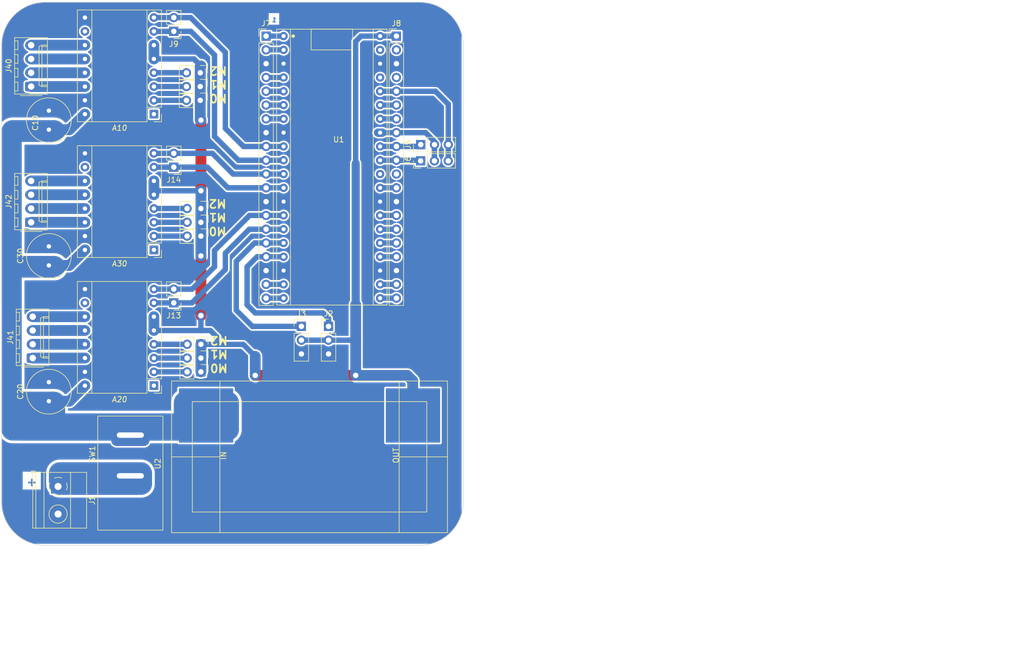
<source format=kicad_pcb>
(kicad_pcb (version 20221018) (generator pcbnew)
  (layers (0 "F.Cu" jumper) (31 "B.Cu" mixed) (34 "B.Paste" user) (35 "F.Paste" user) (36 "B.SilkS" user "B.Silkscreen") (37 "F.SilkS" user "F.Silkscreen") (38 "B.Mask" user) (39 "F.Mask" user) (44 "Edge.Cuts" user))
  (net 0 "")
  (net 2 "/A10_M0")
  (net 3 "/A10_M1")
  (net 4 "/A10_M2")
  (net 5 "/Step_A2")
  (net 6 "/Dir_A2")
  (net 7 "GND")
  (net 8 "/S1_A2")
  (net 9 "/S1_A1")
  (net 10 "/S1_B1")
  (net 11 "/S1_B2")
  (net 13 "/A20_M0")
  (net 14 "/A20_M1")
  (net 15 "/Step_A3")
  (net 16 "/Dir_A3")
  (net 17 "/A20_M2")
  (net 19 "/S2_A2")
  (net 20 "/S2_A1")
  (net 21 "/S2_B1")
  (net 22 "+5V")
  (net 23 "Net-(J1-Pin_1)")
  (net 26 "/GP0")
  (net 27 "/GP1")
  (net 28 "/GP2")
  (net 29 "/GP3")
  (net 30 "/GP4")
  (net 31 "/GP5")
  (net 32 "/GP18")
  (net 33 "/GP17")
  (net 34 "/GP19")
  (net 35 "/GP20")
  (net 36 "/GP21")
  (net 37 "/GP22")
  (net 38 "/ADC0")
  (net 39 "/ADC1")
  (net 40 "/ADC2")
  (net 41 "/ADC_REF")
  (net 42 "/S2_B2")
  (net 44 "/Step_A1")
  (net 45 "/Dir_A1")
  (net 46 "/A30_M0")
  (net 47 "/A30_M1")
  (net 48 "/A30_M2")
  (net 49 "/S3_A2")
  (net 50 "/S3_A1")
  (net 51 "/S3_B1")
  (net 52 "/S3_B2")
  (net 53 "/Fault_1")
  (net 54 "/Fault_2")
  (net 55 "/Fault_3")
  (net 56 "/Servo_1")
  (net 57 "/Servo_2")
  (net 58 "+3.3V")
  (net 59 "+12V")
  (net 60 "/GP16")
  (net 61 "GNDA")
  (net 62 "/GP14")
  (net 63 "/GP15")
  (footprint "sche:LM2596" (layer "F.Cu") (at 226.59 136.66 90)
    (fp_text reference "U2" (at 8.89 -49.53 90 unlocked) (layer "F.SilkS"))
    (fp_text value "LM2596")
    (fp_text user "OUT" (at 8.89 -5.08 90 unlocked) (layer "F.SilkS") (effects (justify left bottom)))
    (fp_text user "IN" (at 9.525 -36.83 90 unlocked) (layer "F.SilkS") (effects (justify left bottom)))
    (pad "1" smd rect (at 17.78 -40.64 90) (size 10 10) (layers "B.Cu" "B.Paste" "B.Mask") (net 59 "+12V"))
    (pad "2" smd rect (at 2.54 -40.64 90) (size 10 10) (layers "B.Cu" "B.Paste" "B.Mask") (net 7 "GND"))
    (pad "3" smd rect (at 17.78 -2.54 90) (size 10 10) (layers "B.Cu" "B.Paste" "B.Mask") (net 22 "+5V"))
    (pad "4" smd rect (at 2.54 -2.54 90) (size 10 10) (layers "B.Cu" "B.Paste" "B.Mask") (net 7 "GND"))
  )
  (footprint "Connector_PinHeader_2.54mm:PinHeader_1x03_P2.54mm_Vertical" (layer "F.Cu") (at 225.46 72 90)
    (fp_text reference "J6" (at 0 -2.33 90) (layer "F.SilkS"))
    (fp_text value "Arm_2")
    (pad "1" thru_hole rect (at 0 0 90) (size 1.7 1.7) (drill 1) (layers "*.Cu" "*.Mask") (net 38 "/ADC0"))
    (pad "2" thru_hole oval (at 0 2.54 90) (size 1.7 1.7) (drill 1) (layers "*.Cu" "*.Mask") (net 61 "GNDA"))
    (pad "3" thru_hole oval (at 0 5.08 90) (size 1.7 1.7) (drill 1) (layers "*.Cu" "*.Mask") (net 58 "+3.3V"))
  )
  (footprint "Connector_PinHeader_2.54mm:PinHeader_1x02_P2.54mm_Vertical" (layer "F.Cu") (at 184.995 83.31 -90)
    (fp_text reference "J31" hide)
    (fp_text value "M1_A3" hide)
    (pad "1" thru_hole rect (at 0 0 270) (size 1.7 1.7) (drill 1) (layers "*.Cu" "*.Mask") (net 22 "+5V"))
    (pad "2" thru_hole oval (at 0 2.54 270) (size 1.7 1.7) (drill 1) (layers "*.Cu" "*.Mask") (net 47 "/A30_M1"))
  )
  (footprint "Connector_PinHeader_2.54mm:PinHeader_1x02_P2.54mm_Vertical" (layer "F.Cu") (at 184.875 58.31 -90)
    (fp_text reference "J11" hide)
    (fp_text value "M1_A1" hide)
    (pad "1" thru_hole rect (at 0 0 270) (size 1.7 1.7) (drill 1) (layers "*.Cu" "*.Mask") (net 22 "+5V"))
    (pad "2" thru_hole oval (at 0 2.54 270) (size 1.7 1.7) (drill 1) (layers "*.Cu" "*.Mask") (net 3 "/A10_M1"))
  )
  (footprint "Connector_Molex:Molex_KK-254_AE-6410-04A_1x04_P2.54mm_Vertical" (layer "F.Cu") (at 153.73 83.31 90)
    (fp_text reference "J42" (at 3.81 -4.12 90) (layer "F.SilkS"))
    (fp_text value "S3_conn")
    (pad "1" thru_hole roundrect (at 0 0 90) (size 1.74 2.19) (drill 1.19) (layers "*.Cu" "*.Mask") (roundrect_rratio 0.143678) (net 52 "/S3_B2"))
    (pad "2" thru_hole oval (at 2.54 0 90) (size 1.74 2.19) (drill 1.19) (layers "*.Cu" "*.Mask") (net 51 "/S3_B1"))
    (pad "3" thru_hole oval (at 5.08 0 90) (size 1.74 2.19) (drill 1.19) (layers "*.Cu" "*.Mask") (net 50 "/S3_A1"))
    (pad "4" thru_hole oval (at 7.62 0 90) (size 1.74 2.19) (drill 1.19) (layers "*.Cu" "*.Mask") (net 49 "/S3_A2"))
  )
  (footprint "Connector_PinHeader_2.54mm:PinHeader_1x03_P2.54mm_Vertical" (layer "F.Cu") (at 208.5 102.475)
    (fp_text reference "J2" (at 0 -2.33) (layer "F.SilkS"))
    (fp_text value "Servo_1")
    (pad "1" thru_hole rect (at 0 0) (size 1.7 1.7) (drill 1) (layers "*.Cu" "*.Mask") (net 56 "/Servo_1"))
    (pad "2" thru_hole oval (at 0 2.54) (size 1.7 1.7) (drill 1) (layers "*.Cu" "*.Mask") (net 22 "+5V"))
    (pad "3" thru_hole oval (at 0 5.08) (size 1.7 1.7) (drill 1) (layers "*.Cu" "*.Mask") (net 7 "GND"))
  )
  (footprint "sche:DRV8825module" (layer "F.Cu") (at 176.34 88.39 180)
    (fp_text reference "A30" (at 6.35 -2.54) (layer "F.SilkS") (effects (font (thickness 0.15) italic)))
    (fp_text value "Breakout_DRV8825")
    (pad "1" thru_hole rect (at 0 0 180) (size 1.6 1.6) (drill 0.8) (layers "*.Cu" "*.Mask"))
    (pad "2" thru_hole oval (at 0 2.54 180) (size 1.6 1.6) (drill 0.8) (layers "*.Cu" "*.Mask") (net 46 "/A30_M0"))
    (pad "3" thru_hole oval (at 0 5.08 180) (size 1.6 1.6) (drill 0.8) (layers "*.Cu" "*.Mask") (net 47 "/A30_M1"))
    (pad "4" thru_hole oval (at 0 7.62 180) (size 1.6 1.6) (drill 0.8) (layers "*.Cu" "*.Mask") (net 48 "/A30_M2"))
    (pad "5" thru_hole oval (at 0 10.16 180) (size 1.6 1.6) (drill 0.8) (layers "*.Cu" "*.Mask") (net 22 "+5V"))
    (pad "6" thru_hole oval (at 0 12.7 180) (size 1.6 1.6) (drill 0.8) (layers "*.Cu" "*.Mask") (net 22 "+5V"))
    (pad "7" thru_hole oval (at 0 15.24 180) (size 1.6 1.6) (drill 0.8) (layers "*.Cu" "*.Mask") (net 15 "/Step_A3"))
    (pad "8" thru_hole oval (at 0 17.78 180) (size 1.6 1.6) (drill 0.8) (layers "*.Cu" "*.Mask") (net 16 "/Dir_A3"))
    (pad "9" thru_hole oval (at 12.7 17.78 180) (size 1.6 1.6) (drill 0.8) (layers "*.Cu" "*.Mask") (net 7 "GND"))
    (pad "10" thru_hole oval (at 12.7 15.24 180) (size 1.6 1.6) (drill 0.8) (layers "*.Cu" "*.Mask") (net 55 "/Fault_3"))
    (pad "11" thru_hole oval (at 12.7 12.7 180) (size 1.6 1.6) (drill 0.8) (layers "*.Cu" "*.Mask") (net 49 "/S3_A2"))
    (pad "12" thru_hole oval (at 12.7 10.16 180) (size 1.6 1.6) (drill 0.8) (layers "*.Cu" "*.Mask") (net 50 "/S3_A1"))
    (pad "13" thru_hole oval (at 12.7 7.62 180) (size 1.6 1.6) (drill 0.8) (layers "*.Cu" "*.Mask") (net 51 "/S3_B1"))
    (pad "14" thru_hole oval (at 12.7 5.08 180) (size 1.6 1.6) (drill 0.8) (layers "*.Cu" "*.Mask") (net 52 "/S3_B2"))
    (pad "15" thru_hole oval (at 12.7 2.54 180) (size 1.6 1.6) (drill 0.8) (layers "*.Cu" "*.Mask") (net 7 "GND"))
    (pad "16" thru_hole oval (at 12.7 0 180) (size 1.6 1.6) (drill 0.8) (layers "*.Cu" "*.Mask") (net 59 "+12V"))
  )
  (footprint "Connector_Molex:Molex_KK-254_AE-6410-04A_1x04_P2.54mm_Vertical" (layer "F.Cu") (at 154.02 108.31 90)
    (fp_text reference "J41" (at 3.81 -4.12 90) (layer "F.SilkS"))
    (fp_text value "S2_conn")
    (pad "1" thru_hole roundrect (at 0 0 90) (size 1.74 2.19) (drill 1.19) (layers "*.Cu" "*.Mask") (roundrect_rratio 0.143678) (net 42 "/S2_B2"))
    (pad "2" thru_hole oval (at 2.54 0 90) (size 1.74 2.19) (drill 1.19) (layers "*.Cu" "*.Mask") (net 21 "/S2_B1"))
    (pad "3" thru_hole oval (at 5.08 0 90) (size 1.74 2.19) (drill 1.19) (layers "*.Cu" "*.Mask") (net 20 "/S2_A1"))
    (pad "4" thru_hole oval (at 7.62 0 90) (size 1.74 2.19) (drill 1.19) (layers "*.Cu" "*.Mask") (net 19 "/S2_A2"))
  )
  (footprint "Connector_PinHeader_2.54mm:PinHeader_1x02_P2.54mm_Vertical" (layer "F.Cu") (at 185 110.85 -90)
    (fp_text reference "J20" hide)
    (fp_text value "M0_A2" hide)
    (pad "1" thru_hole rect (at 0 0 270) (size 1.7 1.7) (drill 1) (layers "*.Cu" "*.Mask") (net 22 "+5V"))
    (pad "2" thru_hole oval (at 0 2.54 270) (size 1.7 1.7) (drill 1) (layers "*.Cu" "*.Mask") (net 13 "/A20_M0"))
  )
  (footprint "Connector_PinHeader_2.54mm:PinHeader_1x03_P2.54mm_Vertical" (layer "F.Cu") (at 225.475 69 90)
    (fp_text reference "J5" (at 0 -2.33 90) (layer "F.SilkS"))
    (fp_text value "Arm_1")
    (pad "1" thru_hole rect (at 0 0 90) (size 1.7 1.7) (drill 1) (layers "*.Cu" "*.Mask") (net 39 "/ADC1"))
    (pad "2" thru_hole oval (at 0 2.54 90) (size 1.7 1.7) (drill 1) (layers "*.Cu" "*.Mask") (net 61 "GNDA"))
    (pad "3" thru_hole oval (at 0 5.08 90) (size 1.7 1.7) (drill 1) (layers "*.Cu" "*.Mask") (net 58 "+3.3V"))
  )
  (footprint "Connector_PinHeader_2.54mm:PinHeader_1x02_P2.54mm_Vertical" (layer "F.Cu") (at 184.995 80.77 -90)
    (fp_text reference "J32" hide)
    (fp_text value "M2_A3" hide)
    (pad "1" thru_hole rect (at 0 0 270) (size 1.7 1.7) (drill 1) (layers "*.Cu" "*.Mask") (net 22 "+5V"))
    (pad "2" thru_hole oval (at 0 2.54 270) (size 1.7 1.7) (drill 1) (layers "*.Cu" "*.Mask") (net 48 "/A30_M2"))
  )
  (footprint "Connector_PinHeader_2.54mm:PinHeader_1x02_P2.54mm_Vertical" (layer "F.Cu") (at 184.875 60.85 -90)
    (fp_text reference "J10" hide)
    (fp_text value "M0_A1" hide)
    (pad "1" thru_hole rect (at 0 0 270) (size 1.7 1.7) (drill 1) (layers "*.Cu" "*.Mask") (net 22 "+5V"))
    (pad "2" thru_hole oval (at 0 2.54 270) (size 1.7 1.7) (drill 1) (layers "*.Cu" "*.Mask") (net 2 "/A10_M0"))
  )
  (footprint "TerminalBlock_Phoenix:TerminalBlock_Phoenix_MKDS-1,5-2-5.08_1x02_P5.08mm_Horizontal" (layer "F.Cu") (at 158.695 131.955 -90)
    (fp_text reference "J1" (at 2.54 -6.26 90) (layer "F.SilkS"))
    (fp_text value "Screw_Terminal")
    (pad "1" thru_hole rect (at 0 0 270) (size 2.6 2.6) (drill 1.3) (layers "*.Cu" "*.Mask") (net 23 "Net-(J1-Pin_1)"))
    (pad "2" thru_hole circle (at 5.08 0 270) (size 2.6 2.6) (drill 1.3) (layers "*.Cu" "*.Mask") (net 7 "GND"))
  )
  (footprint "sche:DRV8825module" (layer "F.Cu") (at 176.34 63.39 180)
    (fp_text reference "A10" (at 6.35 -2.54) (layer "F.SilkS") (effects (font (thickness 0.15) italic)))
    (fp_text value "Breakout_DRV8825")
    (pad "1" thru_hole rect (at 0 0 180) (size 1.6 1.6) (drill 0.8) (layers "*.Cu" "*.Mask"))
    (pad "2" thru_hole oval (at 0 2.54 180) (size 1.6 1.6) (drill 0.8) (layers "*.Cu" "*.Mask") (net 2 "/A10_M0"))
    (pad "3" thru_hole oval (at 0 5.08 180) (size 1.6 1.6) (drill 0.8) (layers "*.Cu" "*.Mask") (net 3 "/A10_M1"))
    (pad "4" thru_hole oval (at 0 7.62 180) (size 1.6 1.6) (drill 0.8) (layers "*.Cu" "*.Mask") (net 4 "/A10_M2"))
    (pad "5" thru_hole oval (at 0 10.16 180) (size 1.6 1.6) (drill 0.8) (layers "*.Cu" "*.Mask") (net 22 "+5V"))
    (pad "6" thru_hole oval (at 0 12.7 180) (size 1.6 1.6) (drill 0.8) (layers "*.Cu" "*.Mask") (net 22 "+5V"))
    (pad "7" thru_hole oval (at 0 15.24 180) (size 1.6 1.6) (drill 0.8) (layers "*.Cu" "*.Mask") (net 44 "/Step_A1"))
    (pad "8" thru_hole oval (at 0 17.78 180) (size 1.6 1.6) (drill 0.8) (layers "*.Cu" "*.Mask") (net 45 "/Dir_A1"))
    (pad "9" thru_hole oval (at 12.7 17.78 180) (size 1.6 1.6) (drill 0.8) (layers "*.Cu" "*.Mask") (net 7 "GND"))
    (pad "10" thru_hole oval (at 12.7 15.24 180) (size 1.6 1.6) (drill 0.8) (layers "*.Cu" "*.Mask") (net 53 "/Fault_1"))
    (pad "11" thru_hole oval (at 12.7 12.7 180) (size 1.6 1.6) (drill 0.8) (layers "*.Cu" "*.Mask") (net 8 "/S1_A2"))
    (pad "12" thru_hole oval (at 12.7 10.16 180) (size 1.6 1.6) (drill 0.8) (layers "*.Cu" "*.Mask") (net 9 "/S1_A1"))
    (pad "13" thru_hole oval (at 12.7 7.62 180) (size 1.6 1.6) (drill 0.8) (layers "*.Cu" "*.Mask") (net 10 "/S1_B1"))
    (pad "14" thru_hole oval (at 12.7 5.08 180) (size 1.6 1.6) (drill 0.8) (layers "*.Cu" "*.Mask") (net 11 "/S1_B2"))
    (pad "15" thru_hole oval (at 12.7 2.54 180) (size 1.6 1.6) (drill 0.8) (layers "*.Cu" "*.Mask") (net 7 "GND"))
    (pad "16" thru_hole oval (at 12.7 0 180) (size 1.6 1.6) (drill 0.8) (layers "*.Cu" "*.Mask") (net 59 "+12V"))
  )
  (footprint "Connector_PinHeader_2.54mm:PinHeader_1x02_P2.54mm_Vertical" (layer "F.Cu") (at 180 73.15 180)
    (fp_text reference "J14" (at 0 -2.33) (layer "F.SilkS"))
    (fp_text value "Conn_01x02_Pin")
    (pad "1" thru_hole rect (at 0 0 180) (size 1.7 1.7) (drill 1) (layers "*.Cu" "*.Mask") (net 15 "/Step_A3"))
    (pad "2" thru_hole oval (at 0 2.54 180) (size 1.7 1.7) (drill 1) (layers "*.Cu" "*.Mask") (net 16 "/Dir_A3"))
  )
  (footprint "Connector_PinHeader_2.54mm:PinHeader_1x02_P2.54mm_Vertical" (layer "F.Cu") (at 180 48.15 180)
    (fp_text reference "J9" (at 0 -2.33) (layer "F.SilkS"))
    (fp_text value "Conn_01x02_Pin")
    (pad "1" thru_hole rect (at 0 0 180) (size 1.7 1.7) (drill 1) (layers "*.Cu" "*.Mask") (net 44 "/Step_A1"))
    (pad "2" thru_hole oval (at 0 2.54 180) (size 1.7 1.7) (drill 1) (layers "*.Cu" "*.Mask") (net 45 "/Dir_A1"))
  )
  (footprint "Connector_PinHeader_2.54mm:PinHeader_1x02_P2.54mm_Vertical" (layer "F.Cu") (at 185 105.77 -90)
    (fp_text reference "J22" hide)
    (fp_text value "M2_A2" hide)
    (pad "1" thru_hole rect (at 0 0 270) (size 1.7 1.7) (drill 1) (layers "*.Cu" "*.Mask") (net 22 "+5V"))
    (pad "2" thru_hole oval (at 0 2.54 270) (size 1.7 1.7) (drill 1) (layers "*.Cu" "*.Mask") (net 17 "/A20_M2"))
  )
  (footprint "Connector_PinHeader_2.54mm:PinHeader_1x02_P2.54mm_Vertical" (layer "F.Cu") (at 184.995 85.85 -90)
    (fp_text reference "J30" hide)
    (fp_text value "M0_A3" hide)
    (pad "1" thru_hole rect (at 0 0 270) (size 1.7 1.7) (drill 1) (layers "*.Cu" "*.Mask") (net 22 "+5V"))
    (pad "2" thru_hole oval (at 0 2.54 270) (size 1.7 1.7) (drill 1) (layers "*.Cu" "*.Mask") (net 46 "/A30_M0"))
  )
  (footprint "sche:DRV8825module" (layer "F.Cu") (at 176.34 113.39 180)
    (fp_text reference "A20" (at 6.35 -2.54) (layer "F.SilkS") (effects (font (thickness 0.15) italic)))
    (fp_text value "Breakout_DRV8825")
    (pad "1" thru_hole rect (at 0 0 180) (size 1.6 1.6) (drill 0.8) (layers "*.Cu" "*.Mask"))
    (pad "2" thru_hole oval (at 0 2.54 180) (size 1.6 1.6) (drill 0.8) (layers "*.Cu" "*.Mask") (net 13 "/A20_M0"))
    (pad "3" thru_hole oval (at 0 5.08 180) (size 1.6 1.6) (drill 0.8) (layers "*.Cu" "*.Mask") (net 14 "/A20_M1"))
    (pad "4" thru_hole oval (at 0 7.62 180) (size 1.6 1.6) (drill 0.8) (layers "*.Cu" "*.Mask") (net 17 "/A20_M2"))
    (pad "5" thru_hole oval (at 0 10.16 180) (size 1.6 1.6) (drill 0.8) (layers "*.Cu" "*.Mask") (net 22 "+5V"))
    (pad "6" thru_hole oval (at 0 12.7 180) (size 1.6 1.6) (drill 0.8) (layers "*.Cu" "*.Mask") (net 22 "+5V"))
    (pad "7" thru_hole oval (at 0 15.24 180) (size 1.6 1.6) (drill 0.8) (layers "*.Cu" "*.Mask") (net 5 "/Step_A2"))
    (pad "8" thru_hole oval (at 0 17.78 180) (size 1.6 1.6) (drill 0.8) (layers "*.Cu" "*.Mask") (net 6 "/Dir_A2"))
    (pad "9" thru_hole oval (at 12.7 17.78 180) (size 1.6 1.6) (drill 0.8) (layers "*.Cu" "*.Mask") (net 7 "GND"))
    (pad "10" thru_hole oval (at 12.7 15.24 180) (size 1.6 1.6) (drill 0.8) (layers "*.Cu" "*.Mask") (net 54 "/Fault_2"))
    (pad "11" thru_hole oval (at 12.7 12.7 180) (size 1.6 1.6) (drill 0.8) (layers "*.Cu" "*.Mask") (net 19 "/S2_A2"))
    (pad "12" thru_hole oval (at 12.7 10.16 180) (size 1.6 1.6) (drill 0.8) (layers "*.Cu" "*.Mask") (net 20 "/S2_A1"))
    (pad "13" thru_hole oval (at 12.7 7.62 180) (size 1.6 1.6) (drill 0.8) (layers "*.Cu" "*.Mask") (net 21 "/S2_B1"))
    (pad "14" thru_hole oval (at 12.7 5.08 180) (size 1.6 1.6) (drill 0.8) (layers "*.Cu" "*.Mask") (net 42 "/S2_B2"))
    (pad "15" thru_hole oval (at 12.7 2.54 180) (size 1.6 1.6) (drill 0.8) (layers "*.Cu" "*.Mask") (net 7 "GND"))
    (pad "16" thru_hole oval (at 12.7 0 180) (size 1.6 1.6) (drill 0.8) (layers "*.Cu" "*.Mask") (net 59 "+12V"))
  )
  (footprint "Capacitor_THT:C_Radial_D8.0mm_H11.5mm_P3.50mm" (layer "F.Cu") (at 157 66.25 90)
    (fp_text reference "C10" (at 1.25 -2.5 90) (layer "F.SilkS"))
    (fp_text value "C_Polarized")
    (pad "1" thru_hole circle (at 0 0 90) (size 1.6 1.6) (drill 0.8) (layers "*.Cu" "*.Mask") (net 59 "+12V"))
    (pad "2" thru_hole circle (at 3.5 0 90) (size 1.6 1.6) (drill 0.8) (layers "*.Cu" "*.Mask") (net 7 "GND"))
  )
  (footprint "Connector_PinHeader_2.54mm:PinHeader_1x20_P2.54mm_Vertical" (layer "F.Cu") (at 197 49.02)
    (fp_text reference "J7" (at 0 -2.33) (layer "F.SilkS"))
    (fp_text value "Spareleft")
    (pad "1" thru_hole rect (at 0 0) (size 1.7 1.7) (drill 1) (layers "*.Cu" "*.Mask") (net 26 "/GP0"))
    (pad "2" thru_hole oval (at 0 2.54) (size 1.7 1.7) (drill 1) (layers "*.Cu" "*.Mask") (net 27 "/GP1"))
    (pad "3" thru_hole oval (at 0 5.08) (size 1.7 1.7) (drill 1) (layers "*.Cu" "*.Mask") (net 7 "GND"))
    (pad "4" thru_hole oval (at 0 7.62) (size 1.7 1.7) (drill 1) (layers "*.Cu" "*.Mask") (net 28 "/GP2"))
    (pad "5" thru_hole oval (at 0 10.16) (size 1.7 1.7) (drill 1) (layers "*.Cu" "*.Mask") (net 29 "/GP3"))
    (pad "6" thru_hole oval (at 0 12.7) (size 1.7 1.7) (drill 1) (layers "*.Cu" "*.Mask") (net 30 "/GP4"))
    (pad "7" thru_hole oval (at 0 15.24) (size 1.7 1.7) (drill 1) (layers "*.Cu" "*.Mask") (net 31 "/GP5"))
    (pad "8" thru_hole oval (at 0 17.78) (size 1.7 1.7) (drill 1) (layers "*.Cu" "*.Mask") (net 7 "GND"))
    (pad "9" thru_hole oval (at 0 20.32) (size 1.7 1.7) (drill 1) (layers "*.Cu" "*.Mask") (net 45 "/Dir_A1"))
    (pad "10" thru_hole oval (at 0 22.86) (size 1.7 1.7) (drill 1) (layers "*.Cu" "*.Mask") (net 44 "/Step_A1"))
    (pad "11" thru_hole oval (at 0 25.4) (size 1.7 1.7) (drill 1) (layers "*.Cu" "*.Mask") (net 16 "/Dir_A3"))
    (pad "12" thru_hole oval (at 0 27.94) (size 1.7 1.7) (drill 1) (layers "*.Cu" "*.Mask") (net 15 "/Step_A3"))
    (pad "13" thru_hole oval (at 0 30.48) (size 1.7 1.7) (drill 1) (layers "*.Cu" "*.Mask") (net 7 "GND"))
    (pad "14" thru_hole oval (at 0 33.02) (size 1.7 1.7) (drill 1) (layers "*.Cu" "*.Mask") (net 6 "/Dir_A2"))
    (pad "15" thru_hole oval (at 0 35.56) (size 1.7 1.7) (drill 1) (layers "*.Cu" "*.Mask") (net 5 "/Step_A2"))
    (pad "16" thru_hole oval (at 0 38.1) (size 1.7 1.7) (drill 1) (layers "*.Cu" "*.Mask") (net 57 "/Servo_2"))
    (pad "17" thru_hole oval (at 0 40.64) (size 1.7 1.7) (drill 1) (layers "*.Cu" "*.Mask") (net 56 "/Servo_1"))
    (pad "18" thru_hole oval (at 0 43.18) (size 1.7 1.7) (drill 1) (layers "*.Cu" "*.Mask") (net 7 "GND"))
    (pad "19" thru_hole oval (at 0 45.72) (size 1.7 1.7) (drill 1) (layers "*.Cu" "*.Mask") (net 62 "/GP14"))
    (pad "20" thru_hole oval (at 0 48.26) (size 1.7 1.7) (drill 1) (layers "*.Cu" "*.Mask") (net 63 "/GP15"))
  )
  (footprint "sche:Raspberry_pico_w" (layer "F.Cu") (at 200.22 97.28)
    (fp_text reference "U1" (at 10.16 -29.21 unlocked) (layer "F.SilkS"))
    (fp_text value "Raspberry PICO W")
    (pad "1" thru_hole circle (at 0 -48.26) (size 1.524 1.524) (drill 0.762) (layers "*.Cu" "*.Mask") (net 26 "/GP0"))
    (pad "2" thru_hole circle (at 0 -45.72) (size 1.524 1.524) (drill 0.762) (layers "*.Cu" "*.Mask") (net 27 "/GP1"))
    (pad "3" thru_hole oval (at 0 -43.18) (size 2.286 1.524) (drill 0.762) (layers "*.Cu" "*.Mask") (net 7 "GND"))
    (pad "4" thru_hole circle (at 0 -40.64) (size 1.524 1.524) (drill 0.762) (layers "*.Cu" "*.Mask") (net 28 "/GP2"))
    (pad "5" thru_hole circle (at 0 -38.1) (size 1.524 1.524) (drill 0.762) (layers "*.Cu" "*.Mask") (net 29 "/GP3"))
    (pad "6" thru_hole circle (at 0 -35.56) (size 1.524 1.524) (drill 0.762) (layers "*.Cu" "*.Mask") (net 30 "/GP4"))
    (pad "7" thru_hole circle (at 0 -33.02) (size 1.524 1.524) (drill 0.762) (layers "*.Cu" "*.Mask") (net 31 "/GP5"))
    (pad "8" thru_hole oval (at 0 -30.48) (size 2.286 1.524) (drill 0.762) (layers "*.Cu" "*.Mask") (net 7 "GND"))
    (pad "9" thru_hole circle (at 0 -27.94) (size 1.524 1.524) (drill 0.762) (layers "*.Cu" "*.Mask") (net 45 "/Dir_A1"))
    (pad "10" thru_hole circle (at 0 -25.4) (size 1.524 1.524) (drill 0.762) (layers "*.Cu" "*.Mask") (net 44 "/Step_A1"))
    (pad "11" thru_hole circle (at 0 -22.86) (size 1.524 1.524) (drill 0.762) (layers "*.Cu" "*.Mask") (net 16 "/Dir_A3"))
    (pad "12" thru_hole circle (at 0 -20.32) (size 1.524 1.524) (drill 0.762) (layers "*.Cu" "*.Mask") (net 15 "/Step_A3"))
    (pad "13" thru_hole oval (at 0 -17.78) (size 2.286 1.524) (drill 0.762) (layers "*.Cu" "*.Mask") (net 7 "GND"))
    (pad "14" thru_hole circle (at 0 -15.24) (size 1.524 1.524) (drill 0.762) (layers "*.Cu" "*.Mask") (net 6 "/Dir_A2"))
    (pad "15" thru_hole circle (at 0 -12.7) (size 1.524 1.524) (drill 0.762) (layers "*.Cu" "*.Mask") (net 5 "/Step_A2"))
    (pad "16" thru_hole circle (at 0 -10.16) (size 1.524 1.524) (drill 0.762) (layers "*.Cu" "*.Mask") (net 57 "/Servo_2"))
    (pad "17" thru_hole circle (at 0 -7.62) (size 1.524 1.524) (drill 0.762) (layers "*.Cu" "*.Mask") (net 56 "/Servo_1"))
    (pad "18" thru_hole oval (at 0 -5.08) (size 2.286 1.524) (drill 0.762) (layers "*.Cu" "*.Mask") (net 7 "GND"))
    (pad "19" thru_hole circle (at 0 -2.54) (size 1.524 1.524) (drill 0.762) (layers "*.Cu" "*.Mask") (net 62 "/GP14"))
    (pad "20" thru_hole circle (at 0 0) (size 1.524 1.524) (drill 0.762) (layers "*.Cu" "*.Mask") (net 63 "/GP15"))
    (pad "21" thru_hole circle (at 17.78 0 180) (size 1.524 1.524) (drill 0.762) (layers "*.Cu" "*.Mask") (net 60 "/GP16"))
    (pad "22" thru_hole circle (at 17.78 -2.54 180) (size 1.524 1.524) (drill 0.762) (layers "*.Cu" "*.Mask") (net 33 "/GP17"))
    (pad "23" thru_hole oval (at 17.78 -5.08 180) (size 2.286 1.524) (drill 0.762) (layers "*.Cu" "*.Mask") (net 7 "GND"))
    (pad "24" thru_hole circle (at 17.78 -7.62 180) (size 1.524 1.524) (drill 0.762) (layers "*.Cu" "*.Mask") (net 32 "/GP18"))
    (pad "25" thru_hole circle (at 17.78 -10.16 180) (size 1.524 1.524) (drill 0.762) (layers "*.Cu" "*.Mask") (net 34 "/GP19"))
    (pad "26" thru_hole circle (at 17.78 -12.7 180) (size 1.524 1.524) (drill 0.762) (layers "*.Cu" "*.Mask") (net 35 "/GP20"))
    (pad "27" thru_hole circle (at 17.78 -15.24 180) (size 1.524 1.524) (drill 0.762) (layers "*.Cu" "*.Mask") (net 36 "/GP21"))
    (pad "28" thru_hole oval (at 17.78 -17.78 180) (size 2.286 1.524) (drill 0.762) (layers "*.Cu" "*.Mask") (net 7 "GND"))
    (pad "29" thru_hole circle (at 17.78 -20.32 180) (size 1.524 1.524) (drill 0.762) (layers "*.Cu" "*.Mask") (net 37 "/GP22"))
    (pad "30" thru_hole circle (at 17.78 -22.86 180) (size 1.524 1.524) (drill 0.762) (layers "*.Cu" "*.Mask"))
    (pad "31" thru_hole circle (at 17.78 -25.4 180) (size 1.524 1.524) (drill 0.762) (layers "*.Cu" "*.Mask") (net 38 "/ADC0"))
    (pad "32" thru_hole circle (at 17.78 -27.94 180) (size 1.524 1.524) (drill 0.762) (layers "*.Cu" "*.Mask") (net 39 "/ADC1"))
    (pad "33" thru_hole oval (at 17.78 -30.48 180) (size 2.286 1.524) (drill 0.762) (layers "*.Cu" "*.Mask") (net 61 "GNDA"))
    (pad "34" thru_hole circle (at 17.78 -33.02 180) (size 1.524 1.524) (drill 0.762) (layers "*.Cu" "*.Mask") (net 40 "/ADC2"))
    (pad "35" thru_hole circle (at 17.78 -35.56 180) (size 1.524 1.524) (drill 0.762) (layers "*.Cu" "*.Mask") (net 41 "/ADC_REF"))
    (pad "36" thru_hole circle (at 17.78 -38.1 180) (size 1.524 1.524) (drill 0.762) (layers "*.Cu" "*.Mask") (net 58 "+3.3V"))
    (pad "37" thru_hole circle (at 17.78 -40.64 180) (size 1.524 1.524) (drill 0.762) (layers "*.Cu" "*.Mask"))
    (pad "38" thru_hole oval (at 17.78 -43.18 180) (size 2.286 1.524) (drill 0.762) (layers "*.Cu" "*.Mask") (net 7 "GND"))
    (pad "39" thru_hole circle (at 17.78 -45.72 180) (size 1.524 1.524) (drill 0.762) (layers "*.Cu" "*.Mask"))
    (pad "40" thru_hole circle (at 17.78 -48.26 180) (size 1.524 1.524) (drill 0.762) (layers "*.Cu" "*.Mask") (net 22 "+5V"))
  )
  (footprint "Connector_Molex:Molex_KK-254_AE-6410-04A_1x04_P2.54mm_Vertical" (layer "F.Cu") (at 153.73 58.31 90)
    (fp_text reference "J40" (at 3.81 -4.12 90) (layer "F.SilkS"))
    (fp_text value "S1_conn")
    (pad "1" thru_hole roundrect (at 0 0 90) (size 1.74 2.19) (drill 1.19) (layers "*.Cu" "*.Mask") (roundrect_rratio 0.143678) (net 11 "/S1_B2"))
    (pad "2" thru_hole oval (at 2.54 0 90) (size 1.74 2.19) (drill 1.19) (layers "*.Cu" "*.Mask") (net 10 "/S1_B1"))
    (pad "3" thru_hole oval (at 5.08 0 90) (size 1.74 2.19) (drill 1.19) (layers "*.Cu" "*.Mask") (net 9 "/S1_A1"))
    (pad "4" thru_hole oval (at 7.62 0 90) (size 1.74 2.19) (drill 1.19) (layers "*.Cu" "*.Mask") (net 8 "/S1_A2"))
  )
  (footprint "Connector_PinHeader_2.54mm:PinHeader_1x03_P2.54mm_Vertical" (layer "F.Cu") (at 203.5 102.475)
    (fp_text reference "J3" (at 0 -2.33) (layer "F.SilkS"))
    (fp_text value "Servo_2")
    (pad "1" thru_hole rect (at 0 0) (size 1.7 1.7) (drill 1) (layers "*.Cu" "*.Mask") (net 57 "/Servo_2"))
    (pad "2" thru_hole oval (at 0 2.54) (size 1.7 1.7) (drill 1) (layers "*.Cu" "*.Mask") (net 22 "+5V"))
    (pad "3" thru_hole oval (at 0 5.08) (size 1.7 1.7) (drill 1) (layers "*.Cu" "*.Mask") (net 7 "GND"))
  )
  (footprint "Connector_PinHeader_2.54mm:PinHeader_1x02_P2.54mm_Vertical" (layer "F.Cu") (at 185 108.31 -90)
    (fp_text reference "J21" hide)
    (fp_text value "M1_A2" hide)
    (pad "1" thru_hole rect (at 0 0 270) (size 1.7 1.7) (drill 1) (layers "*.Cu" "*.Mask") (net 22 "+5V"))
    (pad "2" thru_hole oval (at 0 2.54 270) (size 1.7 1.7) (drill 1) (layers "*.Cu" "*.Mask") (net 14 "/A20_M1"))
  )
  (footprint "Capacitor_THT:C_Radial_D8.0mm_H11.5mm_P3.50mm" (layer "F.Cu") (at 157 91.25 90)
    (fp_text reference "C30" (at 1.75 -5.25 90) (layer "F.SilkS"))
    (fp_text value "C_Polarized")
    (pad "1" thru_hole circle (at 0 0 90) (size 1.6 1.6) (drill 0.8) (layers "*.Cu" "*.Mask") (net 59 "+12V"))
    (pad "2" thru_hole circle (at 3.5 0 90) (size 1.6 1.6) (drill 0.8) (layers "*.Cu" "*.Mask") (net 7 "GND"))
  )
  (footprint "sche:DPDT_SW" (layer "F.Cu") (at 172 130 90)
    (fp_text reference "SW1" (at 4 -7 90 unlocked) (layer "F.SilkS"))
    (fp_text value "SW_SPST")
    (pad "1" thru_hole roundrect (at 0 0 90) (size 4 7) (drill oval 1 5) (layers "*.Cu" "*.Mask") (net 23 "Net-(J1-Pin_1)"))
    (pad "2" thru_hole roundrect (at 7.5 0 90) (size 4 7) (drill oval 1 5) (layers "*.Cu" "*.Mask") (net 59 "+12V"))
  )
  (footprint "Connector_PinHeader_2.54mm:PinHeader_1x20_P2.54mm_Vertical" (layer "F.Cu") (at 221 49.02)
    (fp_text reference "J8" (at 0 -2.33) (layer "F.SilkS"))
    (fp_text value "Spareright")
    (pad "1" thru_hole rect (at 0 0) (size 1.7 1.7) (drill 1) (layers "*.Cu" "*.Mask") (net 22 "+5V"))
    (pad "2" thru_hole oval (at 0 2.54) (size 1.7 1.7) (drill 1) (layers "*.Cu" "*.Mask"))
    (pad "3" thru_hole oval (at 0 5.08) (size 1.7 1.7) (drill 1) (layers "*.Cu" "*.Mask") (net 7 "GND"))
    (pad "4" thru_hole oval (at 0 7.62) (size 1.7 1.7) (drill 1) (layers "*.Cu" "*.Mask"))
    (pad "5" thru_hole oval (at 0 10.16) (size 1.7 1.7) (drill 1) (layers "*.Cu" "*.Mask") (net 58 "+3.3V"))
    (pad "6" thru_hole oval (at 0 12.7) (size 1.7 1.7) (drill 1) (layers "*.Cu" "*.Mask") (net 41 "/ADC_REF"))
    (pad "7" thru_hole oval (at 0 15.24) (size 1.7 1.7) (drill 1) (layers "*.Cu" "*.Mask") (net 40 "/ADC2"))
    (pad "8" thru_hole oval (at 0 17.78) (size 1.7 1.7) (drill 1) (layers "*.Cu" "*.Mask") (net 61 "GNDA"))
    (pad "9" thru_hole oval (at 0 20.32) (size 1.7 1.7) (drill 1) (layers "*.Cu" "*.Mask") (net 39 "/ADC1"))
    (pad "10" thru_hole oval (at 0 22.86) (size 1.7 1.7) (drill 1) (layers "*.Cu" "*.Mask") (net 38 "/ADC0"))
    (pad "11" thru_hole oval (at 0 25.4) (size 1.7 1.7) (drill 1) (layers "*.Cu" "*.Mask"))
    (pad "12" thru_hole oval (at 0 27.94) (size 1.7 1.7) (drill 1) (layers "*.Cu" "*.Mask") (net 37 "/GP22"))
    (pad "13" thru_hole oval (at 0 30.48) (size 1.7 1.7) (drill 1) (layers "*.Cu" "*.Mask") (net 7 "GND"))
    (pad "14" thru_hole oval (at 0 33.02) (size 1.7 1.7) (drill 1) (layers "*.Cu" "*.Mask") (net 36 "/GP21"))
    (pad "15" thru_hole oval (at 0 35.56) (size 1.7 1.7) (drill 1) (layers "*.Cu" "*.Mask") (net 35 "/GP20"))
    (pad "16" thru_hole oval (at 0 38.1) (size 1.7 1.7) (drill 1) (layers "*.Cu" "*.Mask") (net 34 "/GP19"))
    (pad "17" thru_hole oval (at 0 40.64) (size 1.7 1.7) (drill 1) (layers "*.Cu" "*.Mask") (net 32 "/GP18"))
    (pad "18" thru_hole oval (at 0 43.18) (size 1.7 1.7) (drill 1) (layers "*.Cu" "*.Mask") (net 7 "GND"))
    (pad "19" thru_hole oval (at 0 45.72) (size 1.7 1.7) (drill 1) (layers "*.Cu" "*.Mask") (net 33 "/GP17"))
    (pad "20" thru_hole oval (at 0 48.26) (size 1.7 1.7) (drill 1) (layers "*.Cu" "*.Mask") (net 60 "/GP16"))
  )
  (footprint "Connector_PinHeader_2.54mm:PinHeader_1x02_P2.54mm_Vertical" (layer "F.Cu") (at 184.875 55.77 -90)
    (fp_text reference "J12" hide)
    (fp_text value "M2_A1" hide)
    (pad "1" thru_hole rect (at 0 0 270) (size 1.7 1.7) (drill 1) (layers "*.Cu" "*.Mask") (net 22 "+5V"))
    (pad "2" thru_hole oval (at 0 2.54 270) (size 1.7 1.7) (drill 1) (layers "*.Cu" "*.Mask") (net 4 "/A10_M2"))
  )
  (footprint "Capacitor_THT:C_Radial_D8.0mm_H11.5mm_P3.50mm" (layer "F.Cu") (at 157 116.25 90)
    (fp_text reference "C20" (at 1.75 -5.25 90) (layer "F.SilkS"))
    (fp_text value "C_Polarized")
    (pad "1" thru_hole circle (at 0 0 90) (size 1.6 1.6) (drill 0.8) (layers "*.Cu" "*.Mask") (net 59 "+12V"))
    (pad "2" thru_hole circle (at 3.5 0 90) (size 1.6 1.6) (drill 0.8) (layers "*.Cu" "*.Mask") (net 7 "GND"))
  )
  (footprint "Connector_PinHeader_2.54mm:PinHeader_1x02_P2.54mm_Vertical" (layer "F.Cu") (at 180 98.15 180)
    (fp_text reference "J13" (at 0 -2.33) (layer "F.SilkS"))
    (fp_text value "Conn_01x02_Pin")
    (pad "1" thru_hole rect (at 0 0 180) (size 1.7 1.7) (drill 1) (layers "*.Cu" "*.Mask") (net 5 "/Step_A2"))
    (pad "2" thru_hole oval (at 0 2.54 180) (size 1.7 1.7) (drill 1) (layers "*.Cu" "*.Mask") (net 6 "/Dir_A2"))
  )
  (gr_line locked (start 148.3 50.79) (end 148.3 134.79) (stroke (width 0.1)) (layer "Edge.Cuts"))
  (gr_line locked (start 156.3 42.79) (end 225.3 42.79) (stroke (width 0.1)) (layer "Edge.Cuts"))
  (gr_arc locked (start 156.3 142.79) (mid 150.643146 140.446854) (end 148.3 134.79) (stroke (width 0.1)) (layer "Edge.Cuts"))
  (gr_arc locked (start 225.3 42.79) (mid 230.956854 45.133146) (end 233.3 50.79) (stroke (width 0.1)) (layer "Edge.Cuts"))
  (gr_line locked (start 156.3 142.79) (end 225.3 142.79) (stroke (width 0.1)) (layer "Edge.Cuts"))
  (gr_arc locked (start 233.3 134.79) (mid 230.956854 140.446854) (end 225.3 142.79) (stroke (width 0.1)) (layer "Edge.Cuts"))
  (gr_arc locked (start 148.3 50.79) (mid 150.643146 45.133146) (end 156.3 42.79) (stroke (width 0.1)) (layer "Edge.Cuts"))
  (gr_line locked (start 233.3 50.79) (end 233.3 134.79) (stroke (width 0.1)) (layer "Edge.Cuts"))
  (gr_text "+" (at 155 132) (layer "B.Cu") (effects (font (size 1.5 1.5) (thickness 0.3) bold) (justify left bottom mirror)))
  (gr_text "1" (at 199 46.5) (layer "B.Cu") (effects (font (size 0.8 0.8) (thickness 0.2) bold) (justify left bottom mirror)))
  (gr_text "M1" (at 189.835 81.515 180) (layer "F.SilkS") (effects (font (size 1.5 1.5) (thickness 0.3) bold) (justify left bottom)))
  (gr_text "M2" (at 189.835 78.975 180) (layer "F.SilkS") (effects (font (size 1.5 1.5) (thickness 0.3) bold) (justify left bottom)))
  (gr_text "M0" (at 189.955 59.58 180) (layer "F.SilkS") (effects (font (size 1.5 1.5) (thickness 0.3) bold) (justify left bottom)))
  (gr_text "M1" (at 189.955 57.04 180) (layer "F.SilkS") (effects (font (size 1.5 1.5) (thickness 0.3) bold) (justify left bottom)))
  (gr_text "M1" (at 190.08 106.715 180) (layer "F.SilkS") (effects (font (size 1.5 1.5) (thickness 0.3) bold) (justify left bottom)))
  (gr_text "M2" (at 189.955 54.5 180) (layer "F.SilkS") (effects (font (size 1.5 1.5) (thickness 0.3) bold) (justify left bottom)))
  (gr_text "M0" (at 190.08 109.255 180) (layer "F.SilkS") (effects (font (size 1.5 1.5) (thickness 0.3) bold) (justify left bottom)))
  (gr_text "M0" (at 189.835 84.055 180) (layer "F.SilkS") (effects (font (size 1.5 1.5) (thickness 0.3) bold) (justify left bottom)))
  (gr_text "M2" (at 190.08 104.175 180) (layer "F.SilkS") (effects (font (size 1.5 1.5) (thickness 0.3) bold) (justify left bottom)))
  (segment (start 176.34 60.85) (end 182.335 60.85) (width 1) (layer "B.Cu") (net 2))
  (segment (start 182.335 58.31) (end 176.34 58.31) (width 1) (layer "B.Cu") (net 3))
  (segment (start 176.34 55.77) (end 182.335 55.77) (width 1) (layer "B.Cu") (net 4))
  (segment (start 183.35 98.15) (end 189.5 92) (width 1) (layer "B.Cu") (net 5))
  (segment (start 197 84.58) (end 200.22 84.58) (width 1) (layer "B.Cu") (net 5))
  (segment (start 176.34 98.15) (end 180 98.15) (width 1) (layer "B.Cu") (net 5))
  (segment (start 189.5 89) (end 193.92 84.58) (width 1) (layer "B.Cu") (net 5))
  (segment (start 180 98.15) (end 183.35 98.15) (width 1) (layer "B.Cu") (net 5))
  (segment (start 193.92 84.58) (end 197 84.58) (width 1) (layer "B.Cu") (net 5))
  (segment (start 189.5 92) (end 189.5 89) (width 1) (layer "B.Cu") (net 5))
  (segment (start 176.34 95.61) (end 180 95.61) (width 1) (layer "B.Cu") (net 6))
  (segment (start 187.5 91.5) (end 187.5 88.5) (width 1) (layer "B.Cu") (net 6))
  (segment (start 183.39 95.61) (end 187.5 91.5) (width 1) (layer "B.Cu") (net 6))
  (segment (start 193.96 82.04) (end 197 82.04) (width 1) (layer "B.Cu") (net 6))
  (segment (start 187.5 88.5) (end 193.96 82.04) (width 1) (layer "B.Cu") (net 6))
  (segment (start 200.22 82.04) (end 197 82.04) (width 1) (layer "B.Cu") (net 6))
  (segment (start 180 95.61) (end 183.39 95.61) (width 1) (layer "B.Cu") (net 6))
  (segment (start 158.9 110.85) (end 157 112.75) (width 1) (layer "B.Cu") (net 7))
  (segment (start 158.9 85.85) (end 157 87.75) (width 1) (layer "B.Cu") (net 7))
  (segment (start 158.9 60.85) (end 157 62.75) (width 1) (layer "B.Cu") (net 7))
  (segment (start 163.64 85.85) (end 158.9 85.85) (width 1) (layer "B.Cu") (net 7))
  (segment (start 163.64 110.85) (end 158.9 110.85) (width 1) (layer "B.Cu") (net 7))
  (segment (start 163.64 60.85) (end 158.9 60.85) (width 1) (layer "B.Cu") (net 7))
  (segment (start 153.73 50.69) (end 163.64 50.69) (width 2) (layer "B.Cu") (net 8))
  (segment (start 153.73 53.23) (end 163.64 53.23) (width 2) (layer "B.Cu") (net 9))
  (segment (start 153.73 55.77) (end 163.64 55.77) (width 2) (layer "B.Cu") (net 10))
  (segment (start 163.64 58.31) (end 153.73 58.31) (width 2) (layer "B.Cu") (net 11))
  (segment (start 182.46 110.85) (end 176.34 110.85) (width 1) (layer "B.Cu") (net 13))
  (segment (start 176.34 108.31) (end 182.46 108.31) (width 1) (layer "B.Cu") (net 14))
  (segment (start 197 76.96) (end 200.22 76.96) (width 1) (layer "B.Cu") (net 15))
  (segment (start 189.96 76.96) (end 197 76.96) (width 1) (layer "B.Cu") (net 15))
  (segment (start 186.15 73.15) (end 189.96 76.96) (width 1) (layer "B.Cu") (net 15))
  (segment (start 180 73.15) (end 186.15 73.15) (width 1) (layer "B.Cu") (net 15))
  (segment (start 176.34 73.15) (end 180 73.15) (width 1) (layer "B.Cu") (net 15))
  (segment (start 180 70.61) (end 176.34 70.61) (width 1) (layer "B.Cu") (net 16))
  (segment (start 187.11 70.61) (end 180 70.61) (width 1) (layer "B.Cu") (net 16))
  (segment (start 190.92 74.42) (end 187.11 70.61) (width 1) (layer "B.Cu") (net 16))
  (segment (start 197 74.42) (end 190.92 74.42) (width 1) (layer "B.Cu") (net 16))
  (segment (start 197 74.42) (end 200.22 74.42) (width 1) (layer "B.Cu") (net 16))
  (segment (start 182.46 105.77) (end 176.34 105.77) (width 1) (layer "B.Cu") (net 17))
  (segment (start 163.64 100.69) (end 154.02 100.69) (width 2) (layer "B.Cu") (net 19))
  (segment (start 154.02 103.23) (end 163.64 103.23) (width 2) (layer "B.Cu") (net 20))
  (segment (start 163.64 105.77) (end 154.02 105.77) (width 2) (layer "B.Cu") (net 21))
  (segment (start 185 64.5) (end 185 77.5) (width 2) (layer "F.Cu") (net 22))
  (segment (start 213.5 111.5) (end 195 111.5) (width 2) (layer "F.Cu") (net 22))
  (segment (start 185 89.5) (end 185 100.5) (width 2) (layer "F.Cu") (net 22))
  (via (at 195 111.5) (size 1.5) (drill 1) (layers "F.Cu" "B.Cu") (net 22))
  (via (at 185 77.5) (size 1.5) (drill 1) (layers "F.Cu" "B.Cu") (net 22))
  (via (at 213.5 111.5) (size 1.5) (drill 1) (layers "F.Cu" "B.Cu") (net 22))
  (via (at 185 64.5) (size 1.5) (drill 1) (layers "F.Cu" "B.Cu") (net 22))
  (via (at 185 100.5) (size 1.5) (drill 1) (layers "F.Cu" "B.Cu") (net 22))
  (via (at 185 89.5) (size 1.5) (drill 1) (layers "F.Cu" "B.Cu") (net 22))
  (segment (start 224 112.5) (end 224 118.83) (width 2) (layer "B.Cu") (net 22))
  (segment (start 218 49.02) (end 221 49.02) (width 1) (layer "B.Cu") (net 22))
  (segment (start 188 104.5) (end 188 105.79) (width 1) (layer "B.Cu") (net 22))
  (segment (start 203.5 105.015) (end 213.485 105.015) (width 1) (layer "B.Cu") (net 22))
  (segment (start 224 118.83) (end 224.05 118.88) (width 2) (layer "B.Cu") (net 22))
  (segment (start 185 100.5) (end 185 103.23) (width 1) (layer "B.Cu") (net 22))
  (segment (start 183.73 53.23) (end 185 54.5) (width 1) (layer "B.Cu") (net 22))
  (segment (start 213.5 111.5) (end 213.5 105) (width 2) (layer "B.Cu") (net 22))
  (segment (start 184.995 80.77) (end 184.995 85.85) (width 2) (layer "B.Cu") (net 22))
  (segment (start 184.995 85.85) (end 184.995 89.495) (width 2) (layer "B.Cu") (net 22))
  (segment (start 213.5 72.5) (end 213.5 50) (width 1) (layer "B.Cu") (net 22))
  (segment (start 223 111.5) (end 224 112.5) (width 2) (layer "B.Cu") (net 22))
  (segment (start 192.79 105.79) (end 188 105.79) (width 1) (layer "B.Cu") (net 22))
  (segment (start 185 80.765) (end 184.995 80.77) (width 2) (layer "B.Cu") (net 22))
  (segment (start 213.485 105.015) (end 213.5 105) (width 1) (layer "B.Cu") (net 22))
  (segment (start 184.875 60.85) (end 184.875 64.375) (width 2) (layer "B.Cu") (net 22))
  (segment (start 176.34 53.23) (end 183.73 53.23) (width 1) (layer "B.Cu") (net 22))
  (segment (start 184.875 55.77) (end 184.875 60.85) (width 2) (layer "B.Cu") (net 22))
  (segment (start 185 77.5) (end 185 80.765) (width 2) (layer "B.Cu") (net 22))
  (segment (start 184.875 64.375) (end 185 64.5) (width 2) (layer "B.Cu") (net 22))
  (segment (start 186.73 103.23) (end 188 104.5) (width 1) (layer "B.Cu") (net 22))
  (segment (start 176.34 103.23) (end 176.34 100.69) (width 2) (layer "B.Cu") (net 22))
  (segment (start 185 110.85) (end 185 105.77) (width 2) (layer "B.Cu") (net 22))
  (segment (start 185 105.79) (end 188 105.79) (width 1) (layer "B.Cu") (net 22))
  (segment (start 195 108) (end 192.79 105.79) (width 1) (layer "B.Cu") (net 22))
  (segment (start 185 77.5) (end 177.07 77.5) (width 1) (layer "B.Cu") (net 22))
  (segment (start 213.5 50) (end 214.48 49.02) (width 1) (layer "B.Cu") (net 22))
  (segment (start 213.5 105) (end 213.5 98.5) (width 2) (layer "B.Cu") (net 22))
  (segment (start 176.34 103.23) (end 185 103.23) (width 1) (layer "B.Cu") (net 22))
  (segment (start 214.48 49.02) (end 218 49.02) (width 1) (layer "B.Cu") (net 22))
  (segment (start 213.5 98.5) (end 213.5 72.5) (width 1.5) (layer "B.Cu") (net 22))
  (segment (start 185 54.5) (end 184.875 54.625) (width 2) (layer "B.Cu") (net 22))
  (segment (start 184.995 89.495) (end 185 89.5) (width 2) (layer "B.Cu") (net 22))
  (segment (start 184.875 54.625) (end 184.875 55.77) (width 2) (layer "B.Cu") (net 22))
  (segment (start 176.34 75.69) (end 176.34 78.23) (width 2) (layer "B.Cu") (net 22))
  (segment (start 195 111.5) (end 195 108) (width 2) (layer "B.Cu") (net 22))
  (segment (start 213.5 111.5) (end 223 111.5) (width 2) (layer "B.Cu") (net 22))
  (segment (start 176.34 50.69) (end 176.34 53.23) (width 2) (layer "B.Cu") (net 22))
  (segment (start 185 103.23) (end 186.73 103.23) (width 1) (layer "B.Cu") (net 22))
  (segment (start 170.045 131.955) (end 172 130) (width 2) (layer "B.Cu") (net 23))
  (segment (start 158.695 131.955) (end 170.045 131.955) (width 2) (layer "B.Cu") (net 23))
  (segment (start 197 49.02) (end 200.22 49.02) (width 1) (layer "B.Cu") (net 26))
  (segment (start 200.22 51.56) (end 197 51.56) (width 1) (layer "B.Cu") (net 27))
  (segment (start 197 56.64) (end 200.22 56.64) (width 1) (layer "B.Cu") (net 28))
  (segment (start 197 59.18) (end 200.22 59.18) (width 1) (layer "B.Cu") (net 29))
  (segment (start 197 61.72) (end 200.22 61.72) (width 1) (layer "B.Cu") (net 30))
  (segment (start 197 64.26) (end 200.22 64.26) (width 1) (layer "B.Cu") (net 31))
  (segment (start 221 89.66) (end 218 89.66) (width 1) (layer "B.Cu") (net 32))
  (segment (start 218 94.74) (end 221 94.74) (width 1) (layer "B.Cu") (net 33))
  (segment (start 218 87.12) (end 221 87.12) (width 1) (layer "B.Cu") (net 34))
  (segment (start 221 84.58) (end 218 84.58) (width 1) (layer "B.Cu") (net 35))
  (segment (start 218 82.04) (end 221 82.04) (width 1) (layer "B.Cu") (net 36))
  (segment (start 221 76.96) (end 218 76.96) (width 1) (layer "B.Cu") (net 37))
  (segment (start 225.34 71.88) (end 225.46 72) (width 1) (layer "B.Cu") (net 38))
  (segment (start 218 71.88) (end 225.34 71.88) (width 1) (layer "B.Cu") (net 38))
  (segment (start 218 69.34) (end 225.135 69.34) (width 1) (layer "B.Cu") (net 39))
  (segment (start 225.135 69.34) (end 225.475 69) (width 1) (layer "B.Cu") (net 39))
  (segment (start 218 64.26) (end 221 64.26) (width 1) (layer "B.Cu") (net 40))
  (segment (start 221 61.72) (end 218 61.72) (width 1) (layer "B.Cu") (net 41))
  (segment (start 154.02 108.31) (end 163.64 108.31) (width 2) (layer "B.Cu") (net 42))
  (segment (start 176.34 48.15) (end 180 48.15) (width 1) (layer "B.Cu") (net 44))
  (segment (start 187.5 52.5) (end 187.5 67.5) (width 1) (layer "B.Cu") (net 44))
  (segment (start 191.88 71.88) (end 197 71.88) (width 1) (layer "B.Cu") (net 44))
  (segment (start 183.15 48.15) (end 187.5 52.5) (width 1) (layer "B.Cu") (net 44))
  (segment (start 187.5 67.5) (end 191.88 71.88) (width 1) (layer "B.Cu") (net 44))
  (segment (start 180 48.15) (end 183.15 48.15) (width 1) (layer "B.Cu") (net 44))
  (segment (start 197 71.88) (end 200.22 71.88) (width 1) (layer "B.Cu") (net 44))
  (segment (start 183.11 45.61) (end 180 45.61) (width 1) (layer "B.Cu") (net 45))
  (segment (start 197 69.34) (end 192.84 69.34) (width 1) (layer "B.Cu") (net 45))
  (segment (start 189.5 66) (end 189.5 52) (width 1) (layer "B.Cu") (net 45))
  (segment (start 180 45.61) (end 176.34 45.61) (width 1) (layer "B.Cu") (net 45))
  (segment (start 189.5 52) (end 183.11 45.61) (width 1) (layer "B.Cu") (net 45))
  (segment (start 197 69.34) (end 200.22 69.34) (width 1) (layer "B.Cu") (net 45))
  (segment (start 192.84 69.34) (end 189.5 66) (width 1) (layer "B.Cu") (net 45))
  (segment (start 182.455 85.85) (end 176.34 85.85) (width 1) (layer "B.Cu") (net 46))
  (segment (start 176.34 83.31) (end 182.455 83.31) (width 1) (layer "B.Cu") (net 47))
  (segment (start 182.455 80.77) (end 176.34 80.77) (width 1) (layer "B.Cu") (net 48))
  (segment (start 153.73 75.69) (end 163.64 75.69) (width 2) (layer "B.Cu") (net 49))
  (segment (start 153.73 78.23) (end 163.64 78.23) (width 2) (layer "B.Cu") (net 50))
  (segment (start 153.73 80.77) (end 163.64 80.77) (width 2) (layer "B.Cu") (net 51))
  (segment (start 163.64 83.31) (end 153.73 83.31) (width 2) (layer "B.Cu") (net 52))
  (segment (start 207.5 100) (end 208.5 101) (width 1) (layer "B.Cu") (net 56))
  (segment (start 197 89.66) (end 195.34 89.66) (width 1) (layer "B.Cu") (net 56))
  (segment (start 193.5 91.5) (end 193.5 98.5) (width 1) (layer "B.Cu") (net 56))
  (segment (start 193.5 98.5) (end 195 100) (width 1) (layer "B.Cu") (net 56))
  (segment (start 208.5 101) (end 208.5 102.475) (width 1) (layer "B.Cu") (net 56))
  (segment (start 197 89.66) (end 200.22 89.66) (width 1) (layer "B.Cu") (net 56))
  (segment (start 195 100) (end 207.5 100) (width 1) (layer "B.Cu") (net 56))
  (segment (start 195.34 89.66) (end 193.5 91.5) (width 1) (layer "B.Cu") (net 56))
  (segment (start 191.5 99.5) (end 194.5 102.5) (width 1) (layer "B.Cu") (net 57))
  (segment (start 197 87.12) (end 194.88 87.12) (width 1) (layer "B.Cu") (net 57))
  (segment (start 194.525 102.475) (end 203.5 102.475) (width 1) (layer "B.Cu") (net 57))
  (segment (start 191.5 90.5) (end 191.5 99.5) (width 1) (layer "B.Cu") (net 57))
  (segment (start 197 87.12) (end 200.22 87.12) (width 1) (layer "B.Cu") (net 57))
  (segment (start 194.5 102.5) (end 194.525 102.475) (width 1) (layer "B.Cu") (net 57))
  (segment (start 194.88 87.12) (end 191.5 90.5) (width 1) (layer "B.Cu") (net 57))
  (segment (start 230.555 61.555) (end 228.18 59.18) (width 1) (layer "B.Cu") (net 58))
  (segment (start 228.18 59.18) (end 221 59.18) (width 1) (layer "B.Cu") (net 58))
  (segment (start 230.54 72) (end 230.54 69.015) (width 1) (layer "B.Cu") (net 58))
  (segment (start 230.54 69.015) (end 230.555 69) (width 1) (layer "B.Cu") (net 58))
  (segment (start 230.555 69) (end 230.555 61.555) (width 1) (layer "B.Cu") (net 58))
  (segment (start 218 59.18) (end 221 59.18) (width 1) (layer "B.Cu") (net 58))
  (segment (start 160.78 91.25) (end 163.64 88.39) (width 2) (layer "B.Cu") (net 59))
  (segment (start 150 115.55) (end 150 115.09) (width 2) (layer "B.Cu") (net 59))
  (segment (start 172 122.5) (end 152 122.5) (width 2) (layer "B.Cu") (net 59))
  (segment (start 152.25 66.25) (end 157 66.25) (width 2) (layer "B.Cu") (net 59))
  (segment (start 160.78 116.25) (end 163.64 113.39) (width 2) (layer "B.Cu") (net 59))
  (segment (start 160.78 66.25) (end 163.64 63.39) (width 2) (layer "B.Cu") (net 59))
  (segment (start 150 115.55) (end 150.7 116.25) (width 2) (layer "B.Cu") (net 59))
  (segment (start 150 120.5) (end 150 115.09) (width 2) (layer "B.Cu") (net 59))
  (segment (start 150.25 91.25) (end 157 91.25) (width 2) (layer "B.Cu") (net 59))
  (segment (start 182.33 122.5) (end 185.95 118.88) (width 2) (layer "B.Cu") (net 59))
  (segment (start 157 116.25) (end 160.78 116.25) (width 2) (layer "B.Cu") (net 59))
  (segment (start 172 122.5) (end 182.33 122.5) (width 2) (layer "B.Cu") (net 59))
  (segment (start 157 66.25) (end 160.78 66.25) (width 2) (layer "B.Cu") (net 59))
  (segment (start 150 91.5) (end 150 68.5) (width 2) (layer "B.Cu") (net 59))
  (segment (start 150.7 116.25) (end 157 116.25) (width 2) (layer "B.Cu") (net 59))
  (segment (start 150 68.5) (end 152.25 66.25) (width 2) (layer "B.Cu") (net 59))
  (segment (start 150 91.5) (end 150 115.09) (width 2) (layer "B.Cu") (net 59))
  (segment (start 150 91.5) (end 150.25 91.25) (width 2) (layer "B.Cu") (net 59))
  (segment (start 152 122.5) (end 150 120.5) (width 2) (layer "B.Cu") (net 59))
  (segment (start 157 91.25) (end 160.78 91.25) (width 2) (layer "B.Cu") (net 59))
  (segment (start 218 97.28) (end 221 97.28) (width 1) (layer "B.Cu") (net 60))
  (segment (start 218 66.8) (end 226.375 66.8) (width 1) (layer "B.Cu") (net 61))
  (segment (start 228 68.425) (end 228 72) (width 1) (layer "B.Cu") (net 61))
  (segment (start 226.375 66.8) (end 228 68.425) (width 1) (layer "B.Cu") (net 61))
  (segment (start 197 94.74) (end 200.22 94.74) (width 1) (layer "B.Cu") (net 62))
  (segment (start 197 97.28) (end 200.22 97.28) (width 1) (layer "B.Cu") (net 63))
  (zone (net 7) (net_name "GND") (layer "B.Cu") (connect_pads yes (clearance 0.3)) (min_thickness 0.25) (fill yes (thermal_gap 0.5) (thermal_bridge_width 0.5) (smoothing fillet) (radius 2))
    (polygon (pts (xy 148 42.5) (xy 233 42.5) (xy 233 142.5) (xy 148 142.5) (xy 148 43.5)))
  )
  (zone (net 23) (net_name "Net-(J1-Pin_1)") (layer "B.Cu") (priority 1) (connect_pads yes (clearance 0.5)) (min_thickness 0.25) (fill yes (thermal_gap 0.5) (thermal_bridge_width 0.5) (smoothing fillet) (radius 2))
    (polygon (pts (xy 157 133.5) (xy 176 133.5) (xy 176 127.5) (xy 157 127.5)))
  )
  (zone (net 59) (net_name "+12V") (layer "B.Cu") (priority 2) (connect_pads yes (clearance 0.5)) (min_thickness 0.25) (fill yes (thermal_gap 0.5) (thermal_bridge_width 0.5) (smoothing fillet) (radius 2))
    (polygon (pts (xy 180 114.5) (xy 192 114.5) (xy 192 123.5) (xy 148 123.5) (xy 148 64.5) (xy 160 64.5) (xy 160 68.5) (xy 152 68.5) (xy 152 89.5) (xy 160 89.5) (xy 160 93.5) (xy 152 93.5) (xy 152 114.5) (xy 160 114.5) (xy 160 118.5) (xy 180 118.5)))
  )
)
</source>
